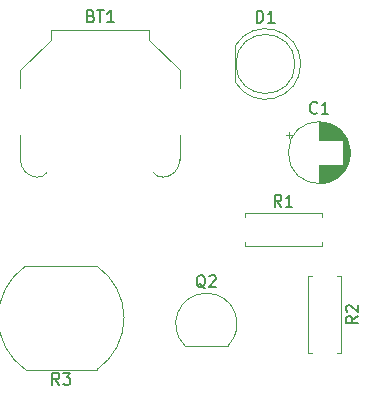
<source format=gbr>
%TF.GenerationSoftware,KiCad,Pcbnew,9.0.2*%
%TF.CreationDate,2025-06-19T09:16:00+05:30*%
%TF.ProjectId,FlashDot,466c6173-6844-46f7-942e-6b696361645f,rev?*%
%TF.SameCoordinates,Original*%
%TF.FileFunction,Legend,Top*%
%TF.FilePolarity,Positive*%
%FSLAX46Y46*%
G04 Gerber Fmt 4.6, Leading zero omitted, Abs format (unit mm)*
G04 Created by KiCad (PCBNEW 9.0.2) date 2025-06-19 09:16:00*
%MOMM*%
%LPD*%
G01*
G04 APERTURE LIST*
%ADD10C,0.150000*%
%ADD11C,0.120000*%
G04 APERTURE END LIST*
D10*
X120214285Y-64931009D02*
X120357142Y-64978628D01*
X120357142Y-64978628D02*
X120404761Y-65026247D01*
X120404761Y-65026247D02*
X120452380Y-65121485D01*
X120452380Y-65121485D02*
X120452380Y-65264342D01*
X120452380Y-65264342D02*
X120404761Y-65359580D01*
X120404761Y-65359580D02*
X120357142Y-65407200D01*
X120357142Y-65407200D02*
X120261904Y-65454819D01*
X120261904Y-65454819D02*
X119880952Y-65454819D01*
X119880952Y-65454819D02*
X119880952Y-64454819D01*
X119880952Y-64454819D02*
X120214285Y-64454819D01*
X120214285Y-64454819D02*
X120309523Y-64502438D01*
X120309523Y-64502438D02*
X120357142Y-64550057D01*
X120357142Y-64550057D02*
X120404761Y-64645295D01*
X120404761Y-64645295D02*
X120404761Y-64740533D01*
X120404761Y-64740533D02*
X120357142Y-64835771D01*
X120357142Y-64835771D02*
X120309523Y-64883390D01*
X120309523Y-64883390D02*
X120214285Y-64931009D01*
X120214285Y-64931009D02*
X119880952Y-64931009D01*
X120738095Y-64454819D02*
X121309523Y-64454819D01*
X121023809Y-65454819D02*
X121023809Y-64454819D01*
X122166666Y-65454819D02*
X121595238Y-65454819D01*
X121880952Y-65454819D02*
X121880952Y-64454819D01*
X121880952Y-64454819D02*
X121785714Y-64597676D01*
X121785714Y-64597676D02*
X121690476Y-64692914D01*
X121690476Y-64692914D02*
X121595238Y-64740533D01*
X129904761Y-87990057D02*
X129809523Y-87942438D01*
X129809523Y-87942438D02*
X129714285Y-87847200D01*
X129714285Y-87847200D02*
X129571428Y-87704342D01*
X129571428Y-87704342D02*
X129476190Y-87656723D01*
X129476190Y-87656723D02*
X129380952Y-87656723D01*
X129428571Y-87894819D02*
X129333333Y-87847200D01*
X129333333Y-87847200D02*
X129238095Y-87751961D01*
X129238095Y-87751961D02*
X129190476Y-87561485D01*
X129190476Y-87561485D02*
X129190476Y-87228152D01*
X129190476Y-87228152D02*
X129238095Y-87037676D01*
X129238095Y-87037676D02*
X129333333Y-86942438D01*
X129333333Y-86942438D02*
X129428571Y-86894819D01*
X129428571Y-86894819D02*
X129619047Y-86894819D01*
X129619047Y-86894819D02*
X129714285Y-86942438D01*
X129714285Y-86942438D02*
X129809523Y-87037676D01*
X129809523Y-87037676D02*
X129857142Y-87228152D01*
X129857142Y-87228152D02*
X129857142Y-87561485D01*
X129857142Y-87561485D02*
X129809523Y-87751961D01*
X129809523Y-87751961D02*
X129714285Y-87847200D01*
X129714285Y-87847200D02*
X129619047Y-87894819D01*
X129619047Y-87894819D02*
X129428571Y-87894819D01*
X130238095Y-86990057D02*
X130285714Y-86942438D01*
X130285714Y-86942438D02*
X130380952Y-86894819D01*
X130380952Y-86894819D02*
X130619047Y-86894819D01*
X130619047Y-86894819D02*
X130714285Y-86942438D01*
X130714285Y-86942438D02*
X130761904Y-86990057D01*
X130761904Y-86990057D02*
X130809523Y-87085295D01*
X130809523Y-87085295D02*
X130809523Y-87180533D01*
X130809523Y-87180533D02*
X130761904Y-87323390D01*
X130761904Y-87323390D02*
X130190476Y-87894819D01*
X130190476Y-87894819D02*
X130809523Y-87894819D01*
X139378221Y-73109580D02*
X139330602Y-73157200D01*
X139330602Y-73157200D02*
X139187745Y-73204819D01*
X139187745Y-73204819D02*
X139092507Y-73204819D01*
X139092507Y-73204819D02*
X138949650Y-73157200D01*
X138949650Y-73157200D02*
X138854412Y-73061961D01*
X138854412Y-73061961D02*
X138806793Y-72966723D01*
X138806793Y-72966723D02*
X138759174Y-72776247D01*
X138759174Y-72776247D02*
X138759174Y-72633390D01*
X138759174Y-72633390D02*
X138806793Y-72442914D01*
X138806793Y-72442914D02*
X138854412Y-72347676D01*
X138854412Y-72347676D02*
X138949650Y-72252438D01*
X138949650Y-72252438D02*
X139092507Y-72204819D01*
X139092507Y-72204819D02*
X139187745Y-72204819D01*
X139187745Y-72204819D02*
X139330602Y-72252438D01*
X139330602Y-72252438D02*
X139378221Y-72300057D01*
X140330602Y-73204819D02*
X139759174Y-73204819D01*
X140044888Y-73204819D02*
X140044888Y-72204819D01*
X140044888Y-72204819D02*
X139949650Y-72347676D01*
X139949650Y-72347676D02*
X139854412Y-72442914D01*
X139854412Y-72442914D02*
X139759174Y-72490533D01*
X142824819Y-90356666D02*
X142348628Y-90689999D01*
X142824819Y-90928094D02*
X141824819Y-90928094D01*
X141824819Y-90928094D02*
X141824819Y-90547142D01*
X141824819Y-90547142D02*
X141872438Y-90451904D01*
X141872438Y-90451904D02*
X141920057Y-90404285D01*
X141920057Y-90404285D02*
X142015295Y-90356666D01*
X142015295Y-90356666D02*
X142158152Y-90356666D01*
X142158152Y-90356666D02*
X142253390Y-90404285D01*
X142253390Y-90404285D02*
X142301009Y-90451904D01*
X142301009Y-90451904D02*
X142348628Y-90547142D01*
X142348628Y-90547142D02*
X142348628Y-90928094D01*
X141920057Y-89975713D02*
X141872438Y-89928094D01*
X141872438Y-89928094D02*
X141824819Y-89832856D01*
X141824819Y-89832856D02*
X141824819Y-89594761D01*
X141824819Y-89594761D02*
X141872438Y-89499523D01*
X141872438Y-89499523D02*
X141920057Y-89451904D01*
X141920057Y-89451904D02*
X142015295Y-89404285D01*
X142015295Y-89404285D02*
X142110533Y-89404285D01*
X142110533Y-89404285D02*
X142253390Y-89451904D01*
X142253390Y-89451904D02*
X142824819Y-90023332D01*
X142824819Y-90023332D02*
X142824819Y-89404285D01*
X117533333Y-96154819D02*
X117200000Y-95678628D01*
X116961905Y-96154819D02*
X116961905Y-95154819D01*
X116961905Y-95154819D02*
X117342857Y-95154819D01*
X117342857Y-95154819D02*
X117438095Y-95202438D01*
X117438095Y-95202438D02*
X117485714Y-95250057D01*
X117485714Y-95250057D02*
X117533333Y-95345295D01*
X117533333Y-95345295D02*
X117533333Y-95488152D01*
X117533333Y-95488152D02*
X117485714Y-95583390D01*
X117485714Y-95583390D02*
X117438095Y-95631009D01*
X117438095Y-95631009D02*
X117342857Y-95678628D01*
X117342857Y-95678628D02*
X116961905Y-95678628D01*
X117866667Y-95154819D02*
X118485714Y-95154819D01*
X118485714Y-95154819D02*
X118152381Y-95535771D01*
X118152381Y-95535771D02*
X118295238Y-95535771D01*
X118295238Y-95535771D02*
X118390476Y-95583390D01*
X118390476Y-95583390D02*
X118438095Y-95631009D01*
X118438095Y-95631009D02*
X118485714Y-95726247D01*
X118485714Y-95726247D02*
X118485714Y-95964342D01*
X118485714Y-95964342D02*
X118438095Y-96059580D01*
X118438095Y-96059580D02*
X118390476Y-96107200D01*
X118390476Y-96107200D02*
X118295238Y-96154819D01*
X118295238Y-96154819D02*
X118009524Y-96154819D01*
X118009524Y-96154819D02*
X117914286Y-96107200D01*
X117914286Y-96107200D02*
X117866667Y-96059580D01*
X136333333Y-81084819D02*
X136000000Y-80608628D01*
X135761905Y-81084819D02*
X135761905Y-80084819D01*
X135761905Y-80084819D02*
X136142857Y-80084819D01*
X136142857Y-80084819D02*
X136238095Y-80132438D01*
X136238095Y-80132438D02*
X136285714Y-80180057D01*
X136285714Y-80180057D02*
X136333333Y-80275295D01*
X136333333Y-80275295D02*
X136333333Y-80418152D01*
X136333333Y-80418152D02*
X136285714Y-80513390D01*
X136285714Y-80513390D02*
X136238095Y-80561009D01*
X136238095Y-80561009D02*
X136142857Y-80608628D01*
X136142857Y-80608628D02*
X135761905Y-80608628D01*
X137285714Y-81084819D02*
X136714286Y-81084819D01*
X137000000Y-81084819D02*
X137000000Y-80084819D01*
X137000000Y-80084819D02*
X136904762Y-80227676D01*
X136904762Y-80227676D02*
X136809524Y-80322914D01*
X136809524Y-80322914D02*
X136714286Y-80370533D01*
X134256905Y-65494819D02*
X134256905Y-64494819D01*
X134256905Y-64494819D02*
X134495000Y-64494819D01*
X134495000Y-64494819D02*
X134637857Y-64542438D01*
X134637857Y-64542438D02*
X134733095Y-64637676D01*
X134733095Y-64637676D02*
X134780714Y-64732914D01*
X134780714Y-64732914D02*
X134828333Y-64923390D01*
X134828333Y-64923390D02*
X134828333Y-65066247D01*
X134828333Y-65066247D02*
X134780714Y-65256723D01*
X134780714Y-65256723D02*
X134733095Y-65351961D01*
X134733095Y-65351961D02*
X134637857Y-65447200D01*
X134637857Y-65447200D02*
X134495000Y-65494819D01*
X134495000Y-65494819D02*
X134256905Y-65494819D01*
X135780714Y-65494819D02*
X135209286Y-65494819D01*
X135495000Y-65494819D02*
X135495000Y-64494819D01*
X135495000Y-64494819D02*
X135399762Y-64637676D01*
X135399762Y-64637676D02*
X135304524Y-64732914D01*
X135304524Y-64732914D02*
X135209286Y-64780533D01*
D11*
%TO.C,BT1*%
X114250000Y-69550000D02*
X116850000Y-66950000D01*
X114250000Y-71000000D02*
X114250000Y-69550000D01*
X114250000Y-75000000D02*
X114250000Y-77100000D01*
X116850000Y-66150000D02*
X125150000Y-66150000D01*
X116850000Y-66950000D02*
X116850000Y-66150000D01*
X125150000Y-66150000D02*
X125150000Y-66950000D01*
X125150000Y-66950000D02*
X127750000Y-69550000D01*
X127750000Y-69550000D02*
X127750000Y-71000000D01*
X127750000Y-75000000D02*
X127750000Y-77100000D01*
X115700000Y-78600000D02*
G75*
G02*
X114250000Y-77050000I49999J1499999D01*
G01*
X116500000Y-78200000D02*
G75*
G02*
X115585385Y-78584160I-790000J600001D01*
G01*
X126414615Y-78584160D02*
G75*
G02*
X125500000Y-78200000I-124615J984160D01*
G01*
X127750000Y-77050000D02*
G75*
G02*
X126300000Y-78600000I-1500000J-50000D01*
G01*
%TO.C,Q2*%
X128200000Y-92850000D02*
X131800000Y-92850000D01*
X128161522Y-92838478D02*
G75*
G02*
X130000000Y-88399999I1838478J1838478D01*
G01*
X130000000Y-88400000D02*
G75*
G02*
X131838478Y-92838478I0J-2600000D01*
G01*
%TO.C,C1*%
X136740113Y-75025000D02*
X137240113Y-75025000D01*
X136990113Y-74775000D02*
X136990113Y-75275000D01*
X139544888Y-73920000D02*
X139544888Y-75460000D01*
X139544888Y-77540000D02*
X139544888Y-79080000D01*
X139584888Y-73920000D02*
X139584888Y-75460000D01*
X139584888Y-77540000D02*
X139584888Y-79080000D01*
X139624888Y-73921000D02*
X139624888Y-75460000D01*
X139624888Y-77540000D02*
X139624888Y-79079000D01*
X139664888Y-73923000D02*
X139664888Y-75460000D01*
X139664888Y-77540000D02*
X139664888Y-79077000D01*
X139704888Y-73925000D02*
X139704888Y-75460000D01*
X139704888Y-77540000D02*
X139704888Y-79075000D01*
X139744888Y-73928000D02*
X139744888Y-75460000D01*
X139744888Y-77540000D02*
X139744888Y-79072000D01*
X139784888Y-73931000D02*
X139784888Y-75460000D01*
X139784888Y-77540000D02*
X139784888Y-79069000D01*
X139824888Y-73935000D02*
X139824888Y-75460000D01*
X139824888Y-77540000D02*
X139824888Y-79065000D01*
X139864888Y-73940000D02*
X139864888Y-75460000D01*
X139864888Y-77540000D02*
X139864888Y-79060000D01*
X139904888Y-73945000D02*
X139904888Y-75460000D01*
X139904888Y-77540000D02*
X139904888Y-79055000D01*
X139944888Y-73951000D02*
X139944888Y-75460000D01*
X139944888Y-77540000D02*
X139944888Y-79049000D01*
X139984888Y-73957000D02*
X139984888Y-75460000D01*
X139984888Y-77540000D02*
X139984888Y-79043000D01*
X140024888Y-73964000D02*
X140024888Y-75460000D01*
X140024888Y-77540000D02*
X140024888Y-79036000D01*
X140064888Y-73972000D02*
X140064888Y-75460000D01*
X140064888Y-77540000D02*
X140064888Y-79028000D01*
X140104888Y-73981000D02*
X140104888Y-75460000D01*
X140104888Y-77540000D02*
X140104888Y-79019000D01*
X140144888Y-73990000D02*
X140144888Y-75460000D01*
X140144888Y-77540000D02*
X140144888Y-79010000D01*
X140184888Y-73999000D02*
X140184888Y-75460000D01*
X140184888Y-77540000D02*
X140184888Y-79001000D01*
X140224888Y-74010000D02*
X140224888Y-75460000D01*
X140224888Y-77540000D02*
X140224888Y-78990000D01*
X140264888Y-74021000D02*
X140264888Y-75460000D01*
X140264888Y-77540000D02*
X140264888Y-78979000D01*
X140304888Y-74033000D02*
X140304888Y-75460000D01*
X140304888Y-77540000D02*
X140304888Y-78967000D01*
X140344888Y-74045000D02*
X140344888Y-75460000D01*
X140344888Y-77540000D02*
X140344888Y-78955000D01*
X140384888Y-74058000D02*
X140384888Y-75460000D01*
X140384888Y-77540000D02*
X140384888Y-78942000D01*
X140424888Y-74072000D02*
X140424888Y-75460000D01*
X140424888Y-77540000D02*
X140424888Y-78928000D01*
X140464888Y-74087000D02*
X140464888Y-75460000D01*
X140464888Y-77540000D02*
X140464888Y-78913000D01*
X140504888Y-74102000D02*
X140504888Y-75460000D01*
X140504888Y-77540000D02*
X140504888Y-78898000D01*
X140544888Y-74118000D02*
X140544888Y-75460000D01*
X140544888Y-77540000D02*
X140544888Y-78882000D01*
X140584888Y-74135000D02*
X140584888Y-75460000D01*
X140584888Y-77540000D02*
X140584888Y-78865000D01*
X140624888Y-74153000D02*
X140624888Y-75460000D01*
X140624888Y-77540000D02*
X140624888Y-78847000D01*
X140664888Y-74171000D02*
X140664888Y-75460000D01*
X140664888Y-77540000D02*
X140664888Y-78829000D01*
X140704888Y-74191000D02*
X140704888Y-75460000D01*
X140704888Y-77540000D02*
X140704888Y-78809000D01*
X140744888Y-74211000D02*
X140744888Y-75460000D01*
X140744888Y-77540000D02*
X140744888Y-78789000D01*
X140784888Y-74232000D02*
X140784888Y-75460000D01*
X140784888Y-77540000D02*
X140784888Y-78768000D01*
X140824888Y-74254000D02*
X140824888Y-75460000D01*
X140824888Y-77540000D02*
X140824888Y-78746000D01*
X140864888Y-74277000D02*
X140864888Y-75460000D01*
X140864888Y-77540000D02*
X140864888Y-78723000D01*
X140904888Y-74301000D02*
X140904888Y-75460000D01*
X140904888Y-77540000D02*
X140904888Y-78699000D01*
X140944888Y-74325000D02*
X140944888Y-75460000D01*
X140944888Y-77540000D02*
X140944888Y-78675000D01*
X140984888Y-74351000D02*
X140984888Y-75460000D01*
X140984888Y-77540000D02*
X140984888Y-78649000D01*
X141024888Y-74378000D02*
X141024888Y-75460000D01*
X141024888Y-77540000D02*
X141024888Y-78622000D01*
X141064888Y-74406000D02*
X141064888Y-75460000D01*
X141064888Y-77540000D02*
X141064888Y-78594000D01*
X141104888Y-74435000D02*
X141104888Y-75460000D01*
X141104888Y-77540000D02*
X141104888Y-78565000D01*
X141144888Y-74465000D02*
X141144888Y-75460000D01*
X141144888Y-77540000D02*
X141144888Y-78535000D01*
X141184888Y-74497000D02*
X141184888Y-75460000D01*
X141184888Y-77540000D02*
X141184888Y-78503000D01*
X141224888Y-74530000D02*
X141224888Y-75460000D01*
X141224888Y-77540000D02*
X141224888Y-78470000D01*
X141264888Y-74564000D02*
X141264888Y-75460000D01*
X141264888Y-77540000D02*
X141264888Y-78436000D01*
X141304888Y-74599000D02*
X141304888Y-75460000D01*
X141304888Y-77540000D02*
X141304888Y-78401000D01*
X141344888Y-74636000D02*
X141344888Y-75460000D01*
X141344888Y-77540000D02*
X141344888Y-78364000D01*
X141384888Y-74675000D02*
X141384888Y-75460000D01*
X141384888Y-77540000D02*
X141384888Y-78325000D01*
X141424888Y-74715000D02*
X141424888Y-75460000D01*
X141424888Y-77540000D02*
X141424888Y-78285000D01*
X141464888Y-74757000D02*
X141464888Y-75460000D01*
X141464888Y-77540000D02*
X141464888Y-78243000D01*
X141504888Y-74801000D02*
X141504888Y-75460000D01*
X141504888Y-77540000D02*
X141504888Y-78199000D01*
X141544888Y-74848000D02*
X141544888Y-75460000D01*
X141544888Y-77540000D02*
X141544888Y-78152000D01*
X141584888Y-74896000D02*
X141584888Y-78104000D01*
X141624888Y-74947000D02*
X141624888Y-78053000D01*
X141664888Y-75001000D02*
X141664888Y-77999000D01*
X141704888Y-75057000D02*
X141704888Y-77943000D01*
X141744888Y-75117000D02*
X141744888Y-77883000D01*
X141784888Y-75181000D02*
X141784888Y-77819000D01*
X141824888Y-75249000D02*
X141824888Y-77751000D01*
X141864888Y-75323000D02*
X141864888Y-77677000D01*
X141904888Y-75402000D02*
X141904888Y-77598000D01*
X141944888Y-75489000D02*
X141944888Y-77511000D01*
X141984888Y-75586000D02*
X141984888Y-77414000D01*
X142024888Y-75695000D02*
X142024888Y-77305000D01*
X142064888Y-75823000D02*
X142064888Y-77177000D01*
X142104888Y-75983000D02*
X142104888Y-77017000D01*
X142144888Y-76217000D02*
X142144888Y-76783000D01*
X142164888Y-76500000D02*
G75*
G02*
X136924888Y-76500000I-2620000J0D01*
G01*
X136924888Y-76500000D02*
G75*
G02*
X142164888Y-76500000I2620000J0D01*
G01*
%TO.C,R2*%
X138630000Y-86920000D02*
X138630000Y-93460000D01*
X138630000Y-93460000D02*
X138960000Y-93460000D01*
X138960000Y-86920000D02*
X138630000Y-86920000D01*
X141040000Y-86920000D02*
X141370000Y-86920000D01*
X141370000Y-86920000D02*
X141370000Y-93460000D01*
X141370000Y-93460000D02*
X141040000Y-93460000D01*
%TO.C,R3*%
X120700000Y-86100000D02*
X114700000Y-86100000D01*
X120700000Y-94900000D02*
X114700000Y-94900000D01*
X114700000Y-94900000D02*
G75*
G02*
X114667350Y-86122440I3000000J4400000D01*
G01*
X120700000Y-86100000D02*
G75*
G02*
X120732650Y-94877560I-3000000J-4400000D01*
G01*
%TO.C,R1*%
X133230000Y-81630000D02*
X139770000Y-81630000D01*
X133230000Y-81960000D02*
X133230000Y-81630000D01*
X133230000Y-84040000D02*
X133230000Y-84370000D01*
X133230000Y-84370000D02*
X139770000Y-84370000D01*
X139770000Y-81630000D02*
X139770000Y-81960000D01*
X139770000Y-84370000D02*
X139770000Y-84040000D01*
%TO.C,D1*%
X132435000Y-67455000D02*
X132435000Y-70545000D01*
X132435000Y-67455170D02*
G75*
G02*
X137985000Y-69000000I2560000J-1544830D01*
G01*
X137985000Y-69000000D02*
G75*
G02*
X132435000Y-70544830I-2990000J0D01*
G01*
X137495000Y-69000000D02*
G75*
G02*
X132495000Y-69000000I-2500000J0D01*
G01*
X132495000Y-69000000D02*
G75*
G02*
X137495000Y-69000000I2500000J0D01*
G01*
%TD*%
M02*

</source>
